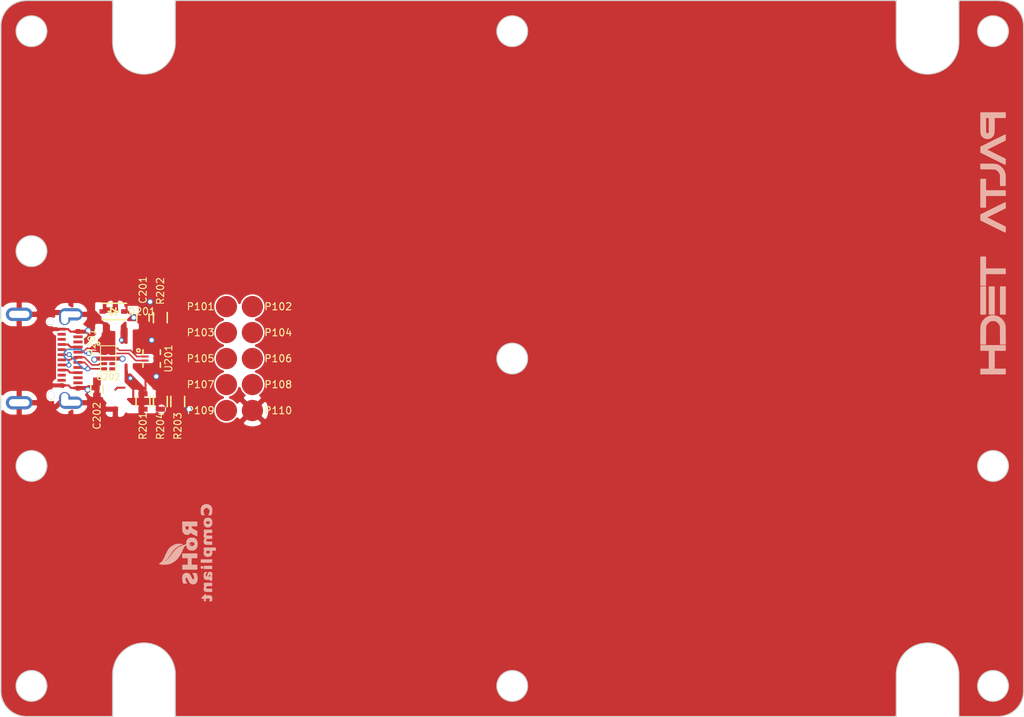
<source format=kicad_pcb>
(kicad_pcb (version 4) (host pcbnew "(2015-08-18 BZR 6103)-product")
  (layers (0 F.Cu signal) (1 GND power) (2 PWR power) (31 B.Cu signal) (34 B.Paste user) (35 F.Paste user) (36 B.SilkS user) (37 F.SilkS user) (38 B.Mask user) (39 F.Mask user) (44 Edge.Cuts user))
  (net 0 "")
  (net 1 3.3v)
  (net 2 GND)
  (net 3 /Sheet55D40874/VBUS)
  (net 4 "Net-(P201-PadA2)")
  (net 5 "Net-(P201-PadA3)")
  (net 6 /Sheet55D40874/CC1)
  (net 7 /Sheet55D40874/D+)
  (net 8 /Sheet55D40874/D-)
  (net 9 "Net-(P201-PadA8)")
  (net 10 "Net-(P201-PadA10)")
  (net 11 "Net-(P201-PadA11)")
  (net 12 "Net-(P201-PadB11)")
  (net 13 "Net-(P201-PadB10)")
  (net 14 "Net-(P201-PadB8)")
  (net 15 /Sheet55D40874/CC2)
  (net 16 "Net-(P201-PadB3)")
  (net 17 "Net-(P201-PadB2)")
  (net 18 "Net-(R201-Pad1)")
  (net 19 "Net-(R202-Pad2)")
  (net 20 /Sheet55D40874/INT)
  (net 21 "Net-(R204-Pad2)")
  (net 22 /Sheet55D40874/SDA)
  (net 23 /Sheet55D40874/SCL)
  (net 24 "Net-(P101-Pad1)")
  (net 25 "Net-(P102-Pad1)")
  (net 26 "Net-(P103-Pad1)")
  (net 27 "Net-(P104-Pad1)")
  (net 28 "Net-(P105-Pad1)")
  (net 29 "Net-(P106-Pad1)")
  (net 30 "Net-(P107-Pad1)")
  (net 31 "Net-(P108-Pad1)")
  (net 32 "Net-(P109-Pad1)")
  (module "Mrk Industries:PALTA_TECH_2.5HDD_MAINBOARD" (layer F.Cu) (at 150 100)
    (fp_text reference REF** hide)
    (fp_text value PALTA_TECH_2.5HDD_MAINBOARD hide)
    (fp_line (start -50 32.499988) (end -50 -32.5) (layer Edge.Cuts) (width 0.1))
    (fp_arc (start -47.5 -32.5) (end -47.5 -35) (angle -90) (layer Edge.Cuts) (width 0.1))
    (fp_line (start -47.5 -35) (end -39.05 -35) (layer Edge.Cuts) (width 0.1))
    (fp_line (start -39.05 -35) (end -39.05 -30.86) (layer Edge.Cuts) (width 0.1))
    (fp_arc (start -36 -30.86) (end -39.05 -30.86) (angle -180) (layer Edge.Cuts) (width 0.1))
    (fp_line (start -32.95 -30.86) (end -32.95 -35) (layer Edge.Cuts) (width 0.1))
    (fp_line (start -32.95 -35) (end 37.55 -35) (layer Edge.Cuts) (width 0.1))
    (fp_line (start 37.55 -35) (end 37.55 -30.86) (layer Edge.Cuts) (width 0.1))
    (fp_arc (start 40.6 -30.86) (end 37.55 -30.86) (angle -180) (layer Edge.Cuts) (width 0.1))
    (fp_line (start 43.65 -30.86) (end 43.65 -35) (layer Edge.Cuts) (width 0.1))
    (fp_line (start 43.65 -35) (end 47.5 -35) (layer Edge.Cuts) (width 0.1))
    (fp_arc (start 47.5 -32.5) (end 50 -32.5) (angle -90) (layer Edge.Cuts) (width 0.1))
    (fp_line (start 50 -32.5) (end 50 32.5) (layer Edge.Cuts) (width 0.1))
    (fp_arc (start 47.5 32.5) (end 47.5 35) (angle -90) (layer Edge.Cuts) (width 0.1))
    (fp_line (start 47.5 35) (end 43.65 35) (layer Edge.Cuts) (width 0.1))
    (fp_line (start 43.65 35) (end 43.65 30.86) (layer Edge.Cuts) (width 0.1))
    (fp_arc (start 40.6 30.86) (end 43.65 30.86) (angle -180) (layer Edge.Cuts) (width 0.1))
    (fp_line (start 37.55 30.86) (end 37.55 35) (layer Edge.Cuts) (width 0.1))
    (fp_line (start 37.55 35) (end -32.95 35) (layer Edge.Cuts) (width 0.1))
    (fp_line (start -32.95 35) (end -32.95 30.86) (layer Edge.Cuts) (width 0.1))
    (fp_arc (start -36 30.86) (end -32.95 30.86) (angle -180) (layer Edge.Cuts) (width 0.1))
    (fp_line (start -39.05 30.86) (end -39.05 35) (layer Edge.Cuts) (width 0.1))
    (fp_line (start -39.05 35) (end -47.5 35) (layer Edge.Cuts) (width 0.1))
    (fp_arc (start -47.5 32.5) (end -50 32.499988) (angle -90.00027258) (layer Edge.Cuts) (width 0.1))
    (fp_circle (center -47 -10.5) (end -45.5 -10.5) (layer Edge.Cuts) (width 0.1))
    (fp_circle (center 47 -32) (end 48.5 -32) (layer Edge.Cuts) (width 0.1))
    (fp_circle (center -47 10.5) (end -45.5 10.5) (layer Edge.Cuts) (width 0.1))
    (fp_circle (center 47 32) (end 48.5 32) (layer Edge.Cuts) (width 0.1))
    (fp_circle (center 47 10.5) (end 48.5 10.5) (layer Edge.Cuts) (width 0.1))
    (fp_circle (center -47 -32) (end -45.5 -32) (layer Edge.Cuts) (width 0.1))
    (fp_circle (center -47 32) (end -45.5 32) (layer Edge.Cuts) (width 0.1))
    (fp_circle (center 0 0) (end 1.5 0) (layer Edge.Cuts) (width 0.1))
    (fp_circle (center 0 -32) (end 1.5 -32) (layer Edge.Cuts) (width 0.1))
    (fp_circle (center 0 32) (end 1.5 32) (layer Edge.Cuts) (width 0.1))
  )
  (module "Mrk Industries:X2QFN-12" (layer F.Cu) (at 114.75 100)
    (fp_text reference U201 (at 1.65 0 90) (layer F.SilkS) (effects (font (size 0.7 0.7) (thickness 0.1))))
    (fp_text value TUSB320 hide)
    (pad 1 smd rect (at -0.65 -0.2) (size 0.7 0.2) (layers F.Cu F.Paste F.Mask) (net 6 /Sheet55D40874/CC1))
    (pad 2 smd rect (at -0.65 0.2) (size 0.7 0.2) (layers F.Cu F.Paste F.Mask) (net 15 /Sheet55D40874/CC2))
    (pad 3 smd rect (at -0.6 0.75 90) (size 0.5 0.2) (layers F.Cu F.Paste F.Mask) (net 18 "Net-(R201-Pad1)"))
    (pad 4 smd rect (at -0.2 0.75 90) (size 0.5 0.2) (layers F.Cu F.Paste F.Mask) (net 21 "Net-(R204-Pad2)"))
    (pad 5 smd rect (at 0.2 0.75 90) (size 0.5 0.2) (layers F.Cu F.Paste F.Mask) (net 2 GND))
    (pad 6 smd rect (at 0.6 0.75 90) (size 0.5 0.2) (layers F.Cu F.Paste F.Mask) (net 20 /Sheet55D40874/INT))
    (pad 7 smd rect (at 0.65 0.2) (size 0.7 0.2) (layers F.Cu F.Paste F.Mask) (net 22 /Sheet55D40874/SDA))
    (pad 8 smd rect (at 0.65 -0.2) (size 0.7 0.2) (layers F.Cu F.Paste F.Mask) (net 23 /Sheet55D40874/SCL))
    (pad 9 smd rect (at 0.6 -0.75 90) (size 0.5 0.2) (layers F.Cu F.Paste F.Mask) (net 19 "Net-(R202-Pad2)"))
    (pad 10 smd rect (at 0.2 -0.75 90) (size 0.5 0.2) (layers F.Cu F.Paste F.Mask) (net 2 GND))
    (pad 11 smd rect (at -0.2 -0.75 90) (size 0.5 0.2) (layers F.Cu F.Paste F.Mask) (net 2 GND))
    (pad 12 smd rect (at -0.6 -0.75 90) (size 0.5 0.2) (layers F.Cu F.Paste F.Mask) (net 1 3.3v))
  )
  (module Capacitors_SMD:C_0603 (layer F.Cu) (at 113.9 96 90)
    (fp_text reference C201 (at 2.7 0 90) (layer F.SilkS) (effects (font (size 0.7 0.7) (thickness 0.1))))
    (fp_text value 100nF)
    (pad 1 smd rect (at -0.75 0 90) (size 0.8 0.75) (layers F.Cu F.Paste F.Mask) (net 1 3.3v))
    (pad 2 smd rect (at 0.75 0 90) (size 0.8 0.75) (layers F.Cu F.Paste F.Mask) (net 2 GND))
  )
  (module Capacitors_SMD:C_0603 (layer F.Cu) (at 109.4 103 270)
    (fp_text reference C202 (at 2.6 0 270) (layer F.SilkS) (effects (font (size 0.7 0.7) (thickness 0.1))))
    (fp_text value 100nF)
    (pad 1 smd rect (at -0.75 0 270) (size 0.8 0.75) (layers F.Cu F.Paste F.Mask) (net 3 /Sheet55D40874/VBUS))
    (pad 2 smd rect (at 0.75 0 270) (size 0.8 0.75) (layers F.Cu F.Paste F.Mask) (net 2 GND))
  )
  (module "Mrk Industries:USB-C-DX07S" (layer F.Cu) (at 104.85 100 270)
    (fp_text reference P201 (at -1.6 -4.05 270) (layer F.SilkS) (effects (font (size 0.7 0.7) (thickness 0.1))))
    (fp_text value USB-C hide)
    (pad B12 smd rect (at -2.875 -1.1 270) (size 0.27 0.8) (layers F.Cu F.Paste F.Mask) (net 2 GND))
    (pad A1 smd rect (at -2.625 -2.7 270) (size 0.27 0.9) (layers F.Cu F.Paste F.Mask) (net 2 GND))
    (pad "" thru_hole circle (at -3.6 0 270) (size 0.6 0.6) (drill 0.6) (layers *.Cu *.Mask))
    (pad "" thru_hole oval (at 3.6 -0.065 270) (size 0.85 0.6) (drill oval 0.85 0.6) (layers *.Cu *.Mask))
    (pad SH thru_hole oval (at -4.32 3.05 270) (size 1.3 2.6) (drill oval 0.7 2) (layers *.Cu *.Mask) (net 2 GND))
    (pad SH thru_hole oval (at 4.32 3.05 270) (size 1.3 2.6) (drill oval 0.7 2) (layers *.Cu *.Mask) (net 2 GND))
    (pad A2 smd rect (at -2.125 -2.7 270) (size 0.27 0.9) (layers F.Cu F.Paste F.Mask) (net 4 "Net-(P201-PadA2)"))
    (pad A3 smd rect (at -1.625 -2.7 270) (size 0.27 0.9) (layers F.Cu F.Paste F.Mask) (net 5 "Net-(P201-PadA3)"))
    (pad A4 smd rect (at -1.125 -2.7 270) (size 0.27 0.9) (layers F.Cu F.Paste F.Mask) (net 3 /Sheet55D40874/VBUS))
    (pad A5 smd rect (at -0.625 -2.7 270) (size 0.27 0.9) (layers F.Cu F.Paste F.Mask) (net 6 /Sheet55D40874/CC1))
    (pad A6 smd rect (at -0.125 -2.7 270) (size 0.27 0.9) (layers F.Cu F.Paste F.Mask) (net 7 /Sheet55D40874/D+))
    (pad A7 smd rect (at 0.375 -2.7 270) (size 0.27 0.9) (layers F.Cu F.Paste F.Mask) (net 8 /Sheet55D40874/D-))
    (pad A8 smd rect (at 0.875 -2.7 270) (size 0.27 0.9) (layers F.Cu F.Paste F.Mask) (net 9 "Net-(P201-PadA8)"))
    (pad A9 smd rect (at 1.375 -2.7 270) (size 0.27 0.9) (layers F.Cu F.Paste F.Mask) (net 3 /Sheet55D40874/VBUS))
    (pad A10 smd rect (at 1.875 -2.7 270) (size 0.27 0.9) (layers F.Cu F.Paste F.Mask) (net 10 "Net-(P201-PadA10)"))
    (pad A11 smd rect (at 2.375 -2.7 270) (size 0.27 0.9) (layers F.Cu F.Paste F.Mask) (net 11 "Net-(P201-PadA11)"))
    (pad A12 smd rect (at 2.875 -2.7 270) (size 0.27 0.9) (layers F.Cu F.Paste F.Mask) (net 2 GND))
    (pad B11 smd rect (at -2.375 -1.1 270) (size 0.27 0.8) (layers F.Cu F.Paste F.Mask) (net 12 "Net-(P201-PadB11)"))
    (pad B10 smd rect (at -1.875 -1.1 270) (size 0.27 0.8) (layers F.Cu F.Paste F.Mask) (net 13 "Net-(P201-PadB10)"))
    (pad B9 smd rect (at -1.375 -1.1 270) (size 0.27 0.8) (layers F.Cu F.Paste F.Mask) (net 3 /Sheet55D40874/VBUS))
    (pad B8 smd rect (at -0.875 -1.1 270) (size 0.27 0.8) (layers F.Cu F.Paste F.Mask) (net 14 "Net-(P201-PadB8)"))
    (pad B7 smd rect (at -0.375 -1.1 270) (size 0.27 0.8) (layers F.Cu F.Paste F.Mask) (net 8 /Sheet55D40874/D-))
    (pad B6 smd rect (at 0.125 -1.1 270) (size 0.27 0.8) (layers F.Cu F.Paste F.Mask) (net 7 /Sheet55D40874/D+))
    (pad B5 smd rect (at 0.625 -1.1 270) (size 0.27 0.8) (layers F.Cu F.Paste F.Mask) (net 15 /Sheet55D40874/CC2))
    (pad B4 smd rect (at 1.125 -1.1 270) (size 0.27 0.8) (layers F.Cu F.Paste F.Mask) (net 3 /Sheet55D40874/VBUS))
    (pad B3 smd rect (at 1.625 -1.1 270) (size 0.27 0.8) (layers F.Cu F.Paste F.Mask) (net 16 "Net-(P201-PadB3)"))
    (pad B2 smd rect (at 2.125 -1.1 270) (size 0.27 0.8) (layers F.Cu F.Paste F.Mask) (net 17 "Net-(P201-PadB2)"))
    (pad B1 smd rect (at 2.625 -1.1 270) (size 0.27 0.8) (layers F.Cu F.Paste F.Mask) (net 2 GND))
    (pad SH thru_hole oval (at -4.32 -2 270) (size 1.2 2.3) (drill oval 0.6 1.9) (layers *.Cu *.Mask) (net 2 GND))
    (pad SH thru_hole oval (at 4.32 -2 270) (size 1.2 2.3) (drill oval 0.6 1.9) (layers *.Cu *.Mask) (net 2 GND))
    (pad SH thru_hole oval (at -4 -1.4 270) (size 1.45 1.1) (drill oval 1.25 0.7) (layers *.Cu *.Mask) (net 2 GND))
    (pad SH thru_hole oval (at 4 -1.4 270) (size 1.45 1.1) (drill oval 1.25 0.7) (layers *.Cu *.Mask) (net 2 GND))
  )
  (module Resistors_SMD:R_0603 (layer F.Cu) (at 113.9 104.2 270)
    (fp_text reference R201 (at 2.4 0 270) (layer F.SilkS) (effects (font (size 0.7 0.7) (thickness 0.1))))
    (fp_text value 4.7k)
    (pad 1 smd rect (at -0.75 0 270) (size 0.5 0.9) (layers F.Cu F.Paste F.Mask) (net 18 "Net-(R201-Pad1)"))
    (pad 2 smd rect (at 0.75 0 270) (size 0.5 0.9) (layers F.Cu F.Paste F.Mask) (net 2 GND))
  )
  (module Resistors_SMD:R_0603 (layer F.Cu) (at 115.6 96 270)
    (fp_text reference R202 (at -2.6 0 270) (layer F.SilkS) (effects (font (size 0.7 0.7) (thickness 0.1))))
    (fp_text value 200k)
    (pad 1 smd rect (at -0.75 0 270) (size 0.5 0.9) (layers F.Cu F.Paste F.Mask) (net 1 3.3v))
    (pad 2 smd rect (at 0.75 0 270) (size 0.5 0.9) (layers F.Cu F.Paste F.Mask) (net 19 "Net-(R202-Pad2)"))
  )
  (module Resistors_SMD:R_0603 (layer F.Cu) (at 117.3 104.2 90)
    (fp_text reference R203 (at -2.4 0 90) (layer F.SilkS) (effects (font (size 0.7 0.7) (thickness 0.1))))
    (fp_text value 200k)
    (pad 1 smd rect (at -0.75 0 90) (size 0.5 0.9) (layers F.Cu F.Paste F.Mask) (net 1 3.3v))
    (pad 2 smd rect (at 0.75 0 90) (size 0.5 0.9) (layers F.Cu F.Paste F.Mask) (net 20 /Sheet55D40874/INT))
  )
  (module Resistors_SMD:R_0603 (layer F.Cu) (at 115.6 104.2 90)
    (fp_text reference R204 (at -2.4 0 90) (layer F.SilkS) (effects (font (size 0.7 0.7) (thickness 0.1))))
    (fp_text value 900k)
    (pad 1 smd rect (at -0.75 0 90) (size 0.5 0.9) (layers F.Cu F.Paste F.Mask) (net 3 /Sheet55D40874/VBUS))
    (pad 2 smd rect (at 0.75 0 90) (size 0.5 0.9) (layers F.Cu F.Paste F.Mask) (net 21 "Net-(R204-Pad2)"))
  )
  (module Diodes_SMD:SOD-323 (layer F.Cu) (at 111 95.4 180)
    (fp_text reference D201 (at -2.8 0 180) (layer F.SilkS) (effects (font (size 0.7 0.7) (thickness 0.1))))
    (fp_text value "Not Installed")
    (pad 1 smd rect (at -1.055 0 180) (size 0.59 0.45) (layers F.Cu F.Paste F.Mask) (net 1 3.3v))
    (pad 2 smd rect (at 1.055 0 180) (size 0.59 0.45) (layers F.Cu F.Paste F.Mask) (net 3 /Sheet55D40874/VBUS))
  )
  (module "Mrk Industries:PALTA_TECH_SILKS_26mm" (layer B.Cu) (at 196.99 88.57 270)
    (fp_text reference G*** hide)
    (fp_text value LOGO hide)
  )
  (module "Mrk Industries:09xx_SPRING_LOADED_POGO_PIN" (layer F.Cu) (at 122.06 94.92)
    (fp_text reference P101 (at -2.525 0) (layer F.SilkS) (effects (font (size 0.7 0.7) (thickness 0.1))))
    (fp_text value GND hide)
    (pad 1 smd circle (at 0 0) (size 2.08 2.08) (layers F.Cu F.Paste F.Mask) (net 24 "Net-(P101-Pad1)"))
  )
  (module "Mrk Industries:09xx_SPRING_LOADED_POGO_PIN" (layer F.Cu) (at 124.6 94.92 180)
    (fp_text reference P102 (at -2.525 0 180) (layer F.SilkS) (effects (font (size 0.7 0.7) (thickness 0.1))))
    (fp_text value VDD hide)
    (pad 1 smd circle (at 0 0 180) (size 2.08 2.08) (layers F.Cu F.Paste F.Mask) (net 25 "Net-(P102-Pad1)"))
  )
  (module "Mrk Industries:09xx_SPRING_LOADED_POGO_PIN" (layer F.Cu) (at 122.06 97.46)
    (fp_text reference P103 (at -2.525 0) (layer F.SilkS) (effects (font (size 0.7 0.7) (thickness 0.1))))
    (fp_text value GND hide)
    (pad 1 smd circle (at 0 0) (size 2.08 2.08) (layers F.Cu F.Paste F.Mask) (net 26 "Net-(P103-Pad1)"))
  )
  (module "Mrk Industries:09xx_SPRING_LOADED_POGO_PIN" (layer F.Cu) (at 124.6 97.46 180)
    (fp_text reference P104 (at -2.525 0 180) (layer F.SilkS) (effects (font (size 0.7 0.7) (thickness 0.1))))
    (fp_text value GND hide)
    (pad 1 smd circle (at 0 0 180) (size 2.08 2.08) (layers F.Cu F.Paste F.Mask) (net 27 "Net-(P104-Pad1)"))
  )
  (module "Mrk Industries:09xx_SPRING_LOADED_POGO_PIN" (layer F.Cu) (at 122.06 100)
    (fp_text reference P105 (at -2.525 0) (layer F.SilkS) (effects (font (size 0.7 0.7) (thickness 0.1))))
    (fp_text value GND hide)
    (pad 1 smd circle (at 0 0) (size 2.08 2.08) (layers F.Cu F.Paste F.Mask) (net 28 "Net-(P105-Pad1)"))
  )
  (module "Mrk Industries:09xx_SPRING_LOADED_POGO_PIN" (layer F.Cu) (at 124.6 100 180)
    (fp_text reference P106 (at -2.525 0 180) (layer F.SilkS) (effects (font (size 0.7 0.7) (thickness 0.1))))
    (fp_text value GND hide)
    (pad 1 smd circle (at 0 0 180) (size 2.08 2.08) (layers F.Cu F.Paste F.Mask) (net 29 "Net-(P106-Pad1)"))
  )
  (module "Mrk Industries:09xx_SPRING_LOADED_POGO_PIN" (layer F.Cu) (at 122.06 102.54)
    (fp_text reference P107 (at -2.525 0) (layer F.SilkS) (effects (font (size 0.7 0.7) (thickness 0.1))))
    (fp_text value GND hide)
    (pad 1 smd circle (at 0 0) (size 2.08 2.08) (layers F.Cu F.Paste F.Mask) (net 30 "Net-(P107-Pad1)"))
  )
  (module "Mrk Industries:09xx_SPRING_LOADED_POGO_PIN" (layer F.Cu) (at 124.6 102.54 180)
    (fp_text reference P108 (at -2.525 0 180) (layer F.SilkS) (effects (font (size 0.7 0.7) (thickness 0.1))))
    (fp_text value GND hide)
    (pad 1 smd circle (at 0 0 180) (size 2.08 2.08) (layers F.Cu F.Paste F.Mask) (net 31 "Net-(P108-Pad1)"))
  )
  (module "Mrk Industries:09xx_SPRING_LOADED_POGO_PIN" (layer F.Cu) (at 122.06 105.08)
    (fp_text reference P109 (at -2.525 0) (layer F.SilkS) (effects (font (size 0.7 0.7) (thickness 0.1))))
    (fp_text value VBUS hide)
    (pad 1 smd circle (at 0 0) (size 2.08 2.08) (layers F.Cu F.Paste F.Mask) (net 32 "Net-(P109-Pad1)"))
  )
  (module "Mrk Industries:09xx_SPRING_LOADED_POGO_PIN" (layer F.Cu) (at 124.6 105.08 180)
    (fp_text reference P110 (at -2.525 0 180) (layer F.SilkS) (effects (font (size 0.7 0.7) (thickness 0.1))))
    (fp_text value GND hide)
    (pad 1 smd circle (at 0 0 180) (size 2.08 2.08) (layers F.Cu F.Paste F.Mask) (net 2 GND))
  )
  (module w_logo:Logo_silk_ROHS_10x5.6mm (layer B.Cu) (at 118.25 119.05 270)
    (fp_text reference G*** hide)
    (fp_text value LOGO hide)
  )
  (module "Mrk Industries:PSON-10_2.5mm_x_1mm" (layer F.Cu) (at 110.5 100 270)
    (fp_text reference U202 (at 1.8 0 360) (layer F.SilkS) (effects (font (size 0.6 0.6) (thickness 0.1))))
    (fp_text value TPD4E05U06 hide)
    (pad 1 smd rect (at -1 0.385 270) (size 0.3 0.55) (layers F.Cu F.Paste F.Mask) (net 6 /Sheet55D40874/CC1))
    (pad 2 smd rect (at -0.5 0.385 270) (size 0.3 0.55) (layers F.Cu F.Paste F.Mask) (net 15 /Sheet55D40874/CC2))
    (pad 3 smd rect (at 0 0.385 270) (size 0.4 0.55) (layers F.Cu F.Paste F.Mask) (net 2 GND))
    (pad 4 smd rect (at 0.5 0.385 270) (size 0.3 0.55) (layers F.Cu F.Paste F.Mask) (net 7 /Sheet55D40874/D+))
    (pad 5 smd rect (at 1 0.385 270) (size 0.3 0.55) (layers F.Cu F.Paste F.Mask) (net 8 /Sheet55D40874/D-))
    (pad 6 smd rect (at 1 -0.385 270) (size 0.3 0.55) (layers F.Cu F.Paste F.Mask) (net 8 /Sheet55D40874/D-))
    (pad 7 smd rect (at 0.5 -0.385 270) (size 0.3 0.55) (layers F.Cu F.Paste F.Mask) (net 7 /Sheet55D40874/D+))
    (pad 8 smd rect (at 0 -0.385 270) (size 0.4 0.55) (layers F.Cu F.Paste F.Mask) (net 2 GND))
    (pad 9 smd rect (at -0.5 -0.385 270) (size 0.3 0.55) (layers F.Cu F.Paste F.Mask) (net 15 /Sheet55D40874/CC2))
    (pad 10 smd rect (at -1 -0.385 270) (size 0.3 0.55) (layers F.Cu F.Paste F.Mask) (net 6 /Sheet55D40874/CC1))
  )
  (segment (start 112.1 102.85) (end 111.4 102.85) (width 0.2) (layer F.Cu) (net 0))
  (segment (start 111.4 102.85) (end 111.2 103.05) (width 0.2) (layer F.Cu) (net 0))
  (segment (start 117.3 104.95) (end 118.4 104.95) (width 0.2) (layer F.Cu) (net 1))
  (via (at 118.4 104.95) (size 0.6) (drill 0.4) (layers F.Cu B.Cu) (net 1))
  (segment (start 113.9 96.75) (end 114.1 96.75) (width 0.2) (layer F.Cu) (net 1))
  (segment (start 114.1 96.75) (end 115.6 95.25) (width 0.2) (layer F.Cu) (net 1))
  (via (at 113 96) (size 0.6) (drill 0.4) (layers F.Cu B.Cu) (net 1))
  (segment (start 115.6 95.25) (end 115.7 95.25) (width 0.2) (layer F.Cu) (net 1))
  (segment (start 113.9 96.75) (end 113.75 96.75) (width 0.2) (layer F.Cu) (net 1))
  (segment (start 113.75 96.75) (end 113 96) (width 0.2) (layer F.Cu) (net 1))
  (segment (start 113 96) (end 112.3 95.3) (width 0.2) (layer F.Cu) (net 1))
  (segment (start 112.3 95.3) (end 112.3 94.945) (width 0.2) (layer F.Cu) (net 1))
  (segment (start 114.15 99.25) (end 114.15 97) (width 0.2) (layer F.Cu) (net 1))
  (segment (start 114.15 97) (end 113.9 96.75) (width 0.2) (layer F.Cu) (net 1))
  (segment (start 111.880999 100) (end 111.902219 100.02122) (width 0.4) (layer F.Cu) (net 2))
  (segment (start 110.885 100) (end 111.880999 100) (width 0.4) (layer F.Cu) (net 2))
  (via (at 111.902219 100.02122) (size 0.6) (drill 0.4) (layers F.Cu B.Cu) (net 2))
  (segment (start 109.248316 100) (end 109.144949 100.103367) (width 0.4) (layer F.Cu) (net 2))
  (segment (start 110.115 100) (end 109.248316 100) (width 0.4) (layer F.Cu) (net 2))
  (via (at 109.144949 100.103367) (size 0.6) (drill 0.4) (layers F.Cu B.Cu) (net 2))
  (segment (start 110.115 100) (end 110.885 100) (width 0.4) (layer F.Cu) (net 2))
  (segment (start 101.8 95.68) (end 104.12 95.68) (width 0.5) (layer F.Cu) (net 2))
  (segment (start 104.3 95.5) (end 106.67 95.5) (width 0.5) (layer F.Cu) (net 2))
  (segment (start 104.12 95.68) (end 104.3 95.5) (width 0.5) (layer F.Cu) (net 2))
  (segment (start 106.67 95.5) (end 106.85 95.68) (width 0.5) (layer F.Cu) (net 2))
  (segment (start 101.8 104.32) (end 103.82 104.32) (width 0.5) (layer F.Cu) (net 2))
  (segment (start 105.4 104.7) (end 105.78 104.32) (width 0.5) (layer F.Cu) (net 2))
  (segment (start 104.2 104.7) (end 105.4 104.7) (width 0.5) (layer F.Cu) (net 2))
  (segment (start 103.82 104.32) (end 104.2 104.7) (width 0.5) (layer F.Cu) (net 2))
  (segment (start 105.78 104.32) (end 106.85 104.32) (width 0.5) (layer F.Cu) (net 2))
  (segment (start 106.85 104.32) (end 106.57 104.32) (width 0.5) (layer F.Cu) (net 2))
  (segment (start 106.57 104.32) (end 106.25 104) (width 0.5) (layer F.Cu) (net 2))
  (segment (start 106.25 104) (end 106.85 104.32) (width 0.5) (layer F.Cu) (net 2))
  (segment (start 106.85 95.68) (end 106.57 95.68) (width 0.5) (layer F.Cu) (net 2))
  (segment (start 106.57 95.68) (end 106.25 96) (width 0.5) (layer F.Cu) (net 2))
  (segment (start 106.25 96) (end 106.85 95.68) (width 0.5) (layer F.Cu) (net 2))
  (segment (start 113.9 95.25) (end 113.9 95.15) (width 0.2) (layer F.Cu) (net 2))
  (segment (start 113.9 95.15) (end 114.6 94.45) (width 0.2) (layer F.Cu) (net 2))
  (via (at 114.6 94.45) (size 0.6) (drill 0.4) (layers F.Cu B.Cu) (net 2))
  (segment (start 114.95 100.75) (end 114.95 101.5) (width 0.2) (layer F.Cu) (net 2))
  (via (at 115.2 101.75) (size 0.6) (drill 0.4) (layers F.Cu B.Cu) (net 2))
  (segment (start 114.95 101.5) (end 115.2 101.75) (width 0.2) (layer F.Cu) (net 2))
  (segment (start 114.95 99.25) (end 114.95 98.4) (width 0.2) (layer F.Cu) (net 2))
  (segment (start 114.55 98.4) (end 114.75 98.2) (width 0.2) (layer F.Cu) (net 2))
  (via (at 114.75 98.2) (size 0.6) (drill 0.4) (layers F.Cu B.Cu) (net 2))
  (segment (start 114.55 98.4) (end 114.55 99.25) (width 0.2) (layer F.Cu) (net 2))
  (segment (start 114.95 98.4) (end 114.75 98.2) (width 0.2) (layer F.Cu) (net 2))
  (segment (start 108.325 102.875) (end 108.5 103.05) (width 0.2) (layer F.Cu) (net 2))
  (via (at 108.5 103.05) (size 0.6) (drill 0.4) (layers F.Cu B.Cu) (net 2))
  (segment (start 108.325 102.875) (end 107.55 102.875) (width 0.2) (layer F.Cu) (net 2))
  (segment (start 107.55 102.875) (end 106.875 102.875) (width 0.2) (layer F.Cu) (net 2))
  (segment (start 106.625 102.625) (end 105.95 102.625) (width 0.2) (layer F.Cu) (net 2))
  (segment (start 106.875 102.875) (end 106.625 102.625) (width 0.2) (layer F.Cu) (net 2))
  (segment (start 107.55 97.375) (end 108.425 97.375) (width 0.2) (layer F.Cu) (net 2))
  (via (at 108.55 97.25) (size 0.6) (drill 0.4) (layers F.Cu B.Cu) (net 2))
  (segment (start 108.425 97.375) (end 108.55 97.25) (width 0.2) (layer F.Cu) (net 2))
  (segment (start 105.95 97.125) (end 106.575 97.125) (width 0.2) (layer F.Cu) (net 2))
  (segment (start 106.825 97.375) (end 107.55 97.375) (width 0.2) (layer F.Cu) (net 2))
  (segment (start 106.575 97.125) (end 106.825 97.375) (width 0.2) (layer F.Cu) (net 2))
  (segment (start 105.95 101.125) (end 106.525 101.125) (width 0.2) (layer F.Cu) (net 3))
  (segment (start 106.775 101.375) (end 107.55 101.375) (width 0.2) (layer F.Cu) (net 3))
  (segment (start 106.525 101.125) (end 106.775 101.375) (width 0.2) (layer F.Cu) (net 3))
  (via (at 111.8 98.2) (size 0.5) (drill 0.3) (layers F.Cu B.Cu) (net 3))
  (via (at 112.675 101.925) (size 0.5) (drill 0.3) (layers F.Cu B.Cu) (net 3))
  (segment (start 112.675 101.925) (end 112.7 101.9) (width 0.1524) (layer B.Cu) (net 3))
  (segment (start 112.675 101.925) (end 112.95 102.2) (width 0.2) (layer F.Cu) (net 3))
  (segment (start 114.85 104.2) (end 115.6 104.95) (width 0.2) (layer F.Cu) (net 3))
  (segment (start 113.3 104.2) (end 114.85 104.2) (width 0.2) (layer F.Cu) (net 3))
  (segment (start 112.95 103.85) (end 113.3 104.2) (width 0.2) (layer F.Cu) (net 3))
  (segment (start 112.95 102.2) (end 112.95 103.85) (width 0.2) (layer F.Cu) (net 3))
  (segment (start 112.3 97.7) (end 112.3 97.055) (width 0.2) (layer F.Cu) (net 3))
  (segment (start 111.8 98.2) (end 112.3 97.7) (width 0.2) (layer F.Cu) (net 3))
  (segment (start 107.55 98.875) (end 106.825 98.875) (width 0.2) (layer F.Cu) (net 3))
  (segment (start 106.575 98.625) (end 105.95 98.625) (width 0.2) (layer F.Cu) (net 3))
  (segment (start 106.825 98.875) (end 106.575 98.625) (width 0.2) (layer F.Cu) (net 3))
  (segment (start 111.6 99.2) (end 111.4 99) (width 0.1524) (layer F.Cu) (net 6))
  (segment (start 111.4 99) (end 110.885 99) (width 0.1524) (layer F.Cu) (net 6))
  (segment (start 112.7 99.2) (end 111.6 99.2) (width 0.1524) (layer F.Cu) (net 6))
  (segment (start 113.3 99.8) (end 112.7 99.2) (width 0.1524) (layer F.Cu) (net 6))
  (segment (start 114.1 99.8) (end 113.3 99.8) (width 0.1524) (layer F.Cu) (net 6))
  (segment (start 110.115 99) (end 110.885 99) (width 0.1524) (layer F.Cu) (net 6))
  (segment (start 109.6876 99) (end 110.115 99) (width 0.1524) (layer F.Cu) (net 6))
  (segment (start 108.402622 99) (end 109.6876 99) (width 0.1524) (layer F.Cu) (net 6))
  (segment (start 107.55 99.375) (end 108.027622 99.375) (width 0.1524) (layer F.Cu) (net 6))
  (segment (start 108.027622 99.375) (end 108.402622 99) (width 0.1524) (layer F.Cu) (net 6))
  (segment (start 106.816838 100.125) (end 106.923039 100.018799) (width 0.1524) (layer F.Cu) (net 7))
  (segment (start 107.406201 100.018799) (end 107.55 99.875) (width 0.1524) (layer F.Cu) (net 7))
  (segment (start 105.95 100.125) (end 106.816838 100.125) (width 0.1524) (layer F.Cu) (net 7))
  (segment (start 106.923039 100.018799) (end 107.406201 100.018799) (width 0.1524) (layer F.Cu) (net 7))
  (segment (start 109.6876 100.5) (end 109.563032 100.624568) (width 0.1524) (layer F.Cu) (net 7))
  (segment (start 108.924568 100.624568) (end 108.175 99.875) (width 0.1524) (layer F.Cu) (net 7))
  (segment (start 108.175 99.875) (end 108.1524 99.875) (width 0.1524) (layer F.Cu) (net 7))
  (segment (start 108.1524 99.875) (end 107.55 99.875) (width 0.1524) (layer F.Cu) (net 7))
  (segment (start 109.563032 100.624568) (end 108.924568 100.624568) (width 0.1524) (layer F.Cu) (net 7))
  (segment (start 110.115 100.5) (end 109.6876 100.5) (width 0.1524) (layer F.Cu) (net 7))
  (segment (start 106.935817 99.861644) (end 106.685818 99.611645) (width 0.1524) (layer B.Cu) (net 8))
  (segment (start 108.074173 101) (end 106.935817 99.861644) (width 0.1524) (layer B.Cu) (net 8))
  (segment (start 108.5 101) (end 108.074173 101) (width 0.1524) (layer B.Cu) (net 8))
  (segment (start 105.95 99.625) (end 106.672463 99.625) (width 0.1524) (layer F.Cu) (net 8))
  (segment (start 106.672463 99.625) (end 106.685818 99.611645) (width 0.1524) (layer F.Cu) (net 8))
  (via (at 106.685818 99.611645) (size 0.5) (drill 0.3) (layers F.Cu B.Cu) (net 8))
  (segment (start 108.8 101) (end 108.5 101) (width 0.1524) (layer F.Cu) (net 8))
  (via (at 108.5 101) (size 0.5) (drill 0.3) (layers F.Cu B.Cu) (net 8))
  (segment (start 110.115 101) (end 108.8 101) (width 0.1524) (layer F.Cu) (net 8))
  (segment (start 108.8 101) (end 108.175 100.375) (width 0.1524) (layer F.Cu) (net 8))
  (segment (start 108.175 100.375) (end 107.55 100.375) (width 0.1524) (layer F.Cu) (net 8))
  (segment (start 112.5 99.5) (end 113.2 100.2) (width 0.1524) (layer F.Cu) (net 15))
  (segment (start 113.2 100.2) (end 114.1 100.2) (width 0.1524) (layer F.Cu) (net 15))
  (segment (start 110.885 99.5) (end 112.5 99.5) (width 0.1524) (layer F.Cu) (net 15))
  (segment (start 110.115 99.5) (end 110.885 99.5) (width 0.1524) (layer F.Cu) (net 15))
  (segment (start 108.6 99.5) (end 108.246447 99.5) (width 0.1524) (layer B.Cu) (net 15))
  (segment (start 108.246447 99.5) (end 107.846447 99.1) (width 0.1524) (layer B.Cu) (net 15))
  (segment (start 107.846447 99.1) (end 106.500085 99.1) (width 0.1524) (layer B.Cu) (net 15))
  (segment (start 106.500085 99.1) (end 106.214617 99.385468) (width 0.1524) (layer B.Cu) (net 15))
  (segment (start 106.214617 99.385468) (end 106.214617 99.837822) (width 0.1524) (layer B.Cu) (net 15))
  (segment (start 106.214617 99.837822) (end 106.65 100.273205) (width 0.1524) (layer B.Cu) (net 15))
  (segment (start 106.65 100.273205) (end 106.65 100.635604) (width 0.1524) (layer B.Cu) (net 15))
  (segment (start 105.95 100.625) (end 106.639396 100.625) (width 0.2) (layer F.Cu) (net 15))
  (segment (start 106.639396 100.625) (end 106.65 100.635604) (width 0.2) (layer F.Cu) (net 15))
  (via (at 106.65 100.635604) (size 0.5) (drill 0.3) (layers F.Cu B.Cu) (net 15))
  (segment (start 109.6 99.3) (end 108.8 99.3) (width 0.1524) (layer F.Cu) (net 15))
  (segment (start 108.8 99.3) (end 108.6 99.5) (width 0.1524) (layer F.Cu) (net 15))
  (via (at 108.6 99.5) (size 0.5) (drill 0.3) (layers F.Cu B.Cu) (net 15))
  (segment (start 109.8 99.5) (end 109.6 99.3) (width 0.1524) (layer F.Cu) (net 15))
  (segment (start 110.115 99.5) (end 109.8 99.5) (width 0.1524) (layer F.Cu) (net 15))
  (segment (start 114.15 100.75) (end 114.15 103.2) (width 0.2) (layer F.Cu) (net 18))
  (segment (start 114.15 103.2) (end 113.9 103.45) (width 0.2) (layer F.Cu) (net 18))
  (segment (start 115.35 99.25) (end 115.35 97) (width 0.2) (layer F.Cu) (net 19))
  (segment (start 115.35 97) (end 115.6 96.75) (width 0.2) (layer F.Cu) (net 19))
  (segment (start 115.35 100.75) (end 115.35 101.05) (width 0.2) (layer F.Cu) (net 20))
  (segment (start 117.3 103) (end 117.3 103.45) (width 0.2) (layer F.Cu) (net 20))
  (segment (start 115.35 101.05) (end 117.3 103) (width 0.2) (layer F.Cu) (net 20))
  (segment (start 114.55 100.75) (end 114.55 102.4) (width 0.2) (layer F.Cu) (net 21))
  (segment (start 114.55 102.4) (end 115.6 103.45) (width 0.2) (layer F.Cu) (net 21))
  (segment (start 115.4 100.2) (end 117.4 100.2) (width 0.2) (layer F.Cu) (net 22))
  (segment (start 115.4 99.8) (end 117.4 99.8) (width 0.2) (layer F.Cu) (net 23))
  (zone (net 2) (net_name GND) (layer F.Cu) (connect_pads (clearance 0)) (min_thickness 0.254) (fill yes (arc_segments 32) (thermal_gap 0.508) (thermal_bridge_width 0.508))
    (polygon (pts (xy 200 135) (xy 100 135) (xy 100 65) (xy 200 65)))
  )
)
</source>
